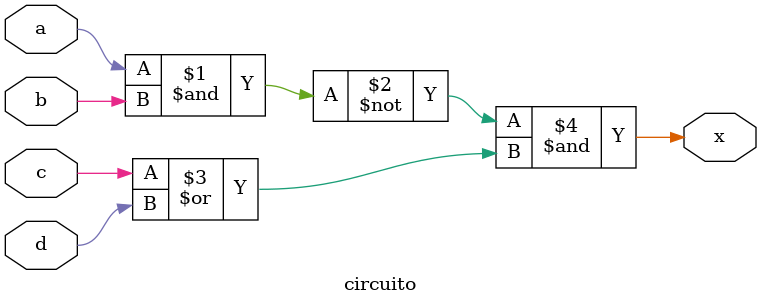
<source format=sv>

module circuito (a, b, c, d, x );

input a, b, c, d;
output x;

assign x = (~ (a & b ) & (c | d));

endmodule
</source>
